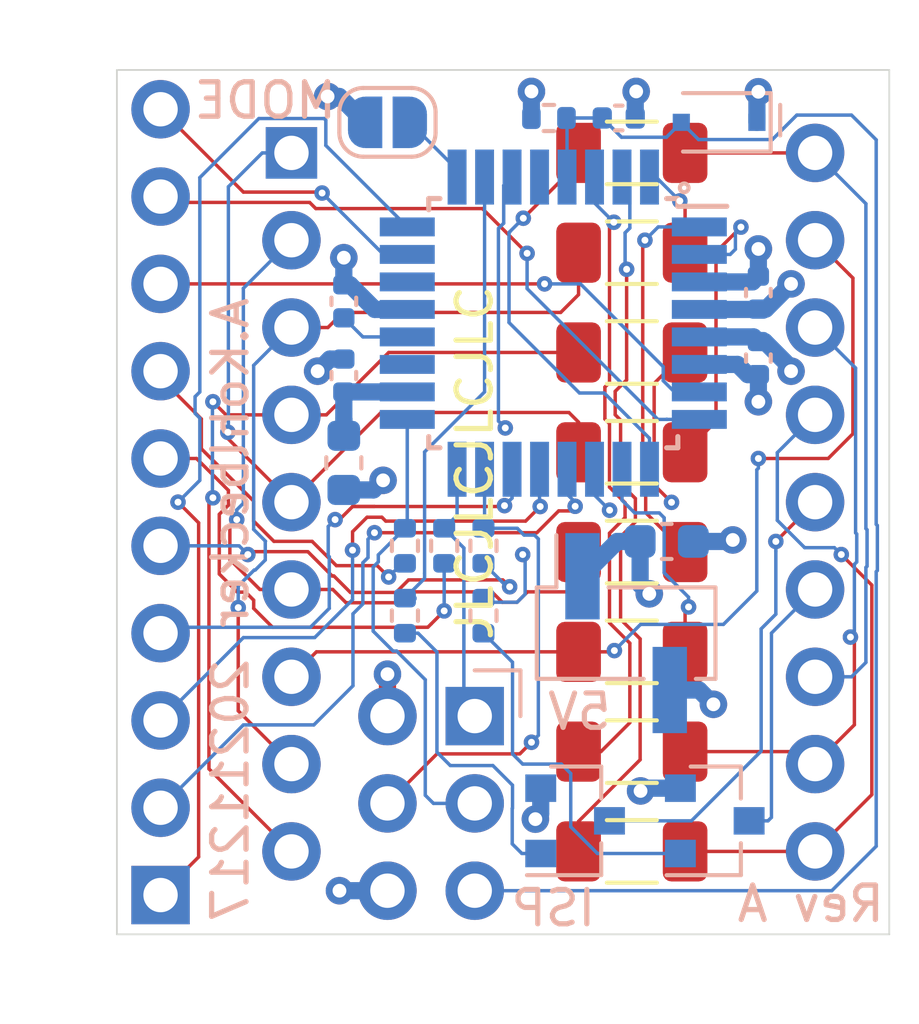
<source format=kicad_pcb>
(kicad_pcb (version 20211014) (generator pcbnew)
  (layers (0 "F.Cu" signal) (1 "In1.Cu" power) (2 "In2.Cu" power) (31 "B.Cu" signal) (34 "B.Paste" user) (35 "F.Paste" user) (36 "B.SilkS" user "B.Silkscreen") (37 "F.SilkS" user "F.Silkscreen") (38 "B.Mask" user) (39 "F.Mask" user) (44 "Edge.Cuts" user))
  (net 0 "")
  (net 1 "GND")
  (net 2 "+5V")
  (net 3 "Net-(C4-Pad1)")
  (net 4 "/~{RST}")
  (net 5 "/MOSI")
  (net 6 "/SCK")
  (net 7 "/MISO")
  (net 8 "Net-(U1-Pad28)")
  (net 9 "Net-(U1-Pad22)")
  (net 10 "Net-(U1-Pad19)")
  (net 11 "Net-(Q1-Pad1)")
  (net 12 "Net-(Q2-Pad1)")
  (net 13 "/ZERO_O")
  (net 14 "/D7")
  (net 15 "/D6")
  (net 16 "/D5")
  (net 17 "/D4")
  (net 18 "/D3")
  (net 19 "/D2")
  (net 20 "/D1")
  (net 21 "/D0")
  (net 22 "/ZERO_I_OR_LE")
  (net 23 "/DIG_1")
  (net 24 "/DIG_2")
  (net 25 "Net-(R1-Pad2)")
  (net 26 "/DIG_A")
  (net 27 "Net-(R2-Pad2)")
  (net 28 "/DIG_B")
  (net 29 "Net-(R3-Pad2)")
  (net 30 "/DIG_C")
  (net 31 "Net-(R4-Pad2)")
  (net 32 "/DIG_D")
  (net 33 "Net-(R5-Pad2)")
  (net 34 "/DIG_E")
  (net 35 "Net-(R6-Pad2)")
  (net 36 "/DIG_F")
  (net 37 "Net-(R7-Pad2)")
  (net 38 "/DIG_G")
  (net 39 "Net-(R8-Pad2)")
  (net 40 "/DIG_P")
  (net 41 "/LEFT_DIGIT")
  (net 42 "/RIGHT_DIGIT")
  (net 43 "/AVCC")
  (net 44 "/MODE")
  (footprint "Display_7Segment:DA56-11SURKWA" (layer "F.Cu") (at 125.73 105.41)
    (fp_text reference "U2")
    (fp_text value "HDSP-523")
  )
  (footprint "Resistor_SMD:R_1206_3216Metric_Pad1.30x1.75mm_HandSolder" (layer "F.Cu") (at 135.636 122.827142 180)
    (fp_text reference "R1")
    (fp_text value "1k")
  )
  (footprint "Resistor_SMD:R_1206_3216Metric_Pad1.30x1.75mm_HandSolder" (layer "F.Cu") (at 135.636 125.73 180)
    (fp_text reference "R2")
    (fp_text value "1k")
  )
  (footprint "Resistor_SMD:R_1206_3216Metric_Pad1.30x1.75mm_HandSolder" (layer "F.Cu") (at 135.636 108.312857)
    (fp_text reference "R3")
    (fp_text value "1k")
  )
  (footprint "Resistor_SMD:R_1206_3216Metric_Pad1.30x1.75mm_HandSolder" (layer "F.Cu") (at 135.636 117.021428)
    (fp_text reference "R4")
    (fp_text value "1k")
  )
  (footprint "Resistor_SMD:R_1206_3216Metric_Pad1.30x1.75mm_HandSolder" (layer "F.Cu") (at 135.636 105.41 180)
    (fp_text reference "R6")
    (fp_text value "1k")
  )
  (footprint "Resistor_SMD:R_1206_3216Metric_Pad1.30x1.75mm_HandSolder" (layer "F.Cu") (at 135.636 119.924285)
    (fp_text reference "R7")
    (fp_text value "1k")
  )
  (footprint "Resistor_SMD:R_1206_3216Metric_Pad1.30x1.75mm_HandSolder" (layer "F.Cu") (at 135.636 111.215714)
    (fp_text reference "R8")
    (fp_text value "1k")
  )
  (footprint "Resistor_SMD:R_1206_3216Metric_Pad1.30x1.75mm_HandSolder" (layer "F.Cu") (at 135.636 114.118571)
    (fp_text reference "R5")
    (fp_text value "1k")
  )
  (footprint "Package_TO_SOT_SMD:SOT-23" (layer "B.Cu") (at 133.985 124.841)
    (fp_text reference "Q1")
    (fp_text value "Q_NPN_BEC")
  )
  (footprint "Connector_PinHeader_2.54mm:PinHeader_1x02_P2.54mm_Vertical_SMD_Pin1Left" (layer "B.Cu") (at 135.47 119.38 -90)
    (fp_text reference "J4")
    (fp_text value "Conn_01x02")
  )
  (footprint "Connector_PinHeader_2.54mm:PinHeader_1x10_P2.54mm_Vertical" (layer "B.Cu") (at 121.92 127)
    (fp_text reference "J2")
    (fp_text value "Conn_01x10")
  )
  (footprint "Package_TO_SOT_SMD:SOT-23" (layer "B.Cu") (at 138.049 124.841)
    (fp_text reference "Q2")
    (fp_text value "Q_NPN_BEC")
  )
  (footprint "Resistor_SMD:R_0402_1005Metric" (layer "B.Cu") (at 130.175 116.84 90)
    (fp_text reference "R10")
    (fp_text value "4.7k")
  )
  (footprint "Resistor_SMD:R_0402_1005Metric" (layer "B.Cu") (at 129.032 118.872 90)
    (fp_text reference "R12")
    (fp_text value "4.7k")
  )
  (footprint "Resistor_SMD:R_0402_1005Metric" (layer "B.Cu") (at 131.318 116.84 90)
    (fp_text reference "R9")
    (fp_text value "4.7k")
  )
  (footprint "Resistor_SMD:R_0402_1005Metric" (layer "B.Cu") (at 131.318 118.872 90)
    (fp_text reference "R13")
    (fp_text value "4.7k")
  )
  (footprint "Capacitor_SMD:C_0402_1005Metric" (layer "B.Cu") (at 135.255 104.394)
    (fp_text reference "C5")
    (fp_text value "100n")
  )
  (footprint "Diode_SMD:D_SOD-323F" (layer "B.Cu") (at 138.176 104.521 180)
    (fp_text reference "D1")
    (fp_text value "1N4148")
  )
  (footprint "Resistor_SMD:R_0402_1005Metric" (layer "B.Cu") (at 133.223 104.394 180)
    (fp_text reference "R14")
    (fp_text value "10k")
  )
  (footprint "Jumper:SolderJumper-2_P1.3mm_Open_RoundedPad1.0x1.5mm" (layer "B.Cu") (at 128.524 104.521 180)
    (fp_text reference "JP1")
    (fp_text value "MODE")
  )
  (footprint "Connector_PinHeader_2.54mm:PinHeader_2x03_P2.54mm_Vertical" (layer "B.Cu") (at 131.064 121.793 180)
    (fp_text reference "J1")
    (fp_text value "AVR-ISP-6")
  )
  (footprint "Capacitor_SMD:C_0603_1608Metric" (layer "B.Cu") (at 136.652 116.713)
    (fp_text reference "C6")
    (fp_text value "10u")
  )
  (footprint "Resistor_SMD:R_0402_1005Metric" (layer "B.Cu") (at 129.032 116.84 90)
    (fp_text reference "R11")
    (fp_text value "4.7k")
  )
  (footprint "Capacitor_SMD:C_0402_1005Metric" (layer "B.Cu") (at 127.254 111.887 90)
    (fp_text reference "C2")
    (fp_text value "100n")
  )
  (footprint "Capacitor_SMD:C_0402_1005Metric" (layer "B.Cu") (at 139.319 111.379 90)
    (fp_text reference "C1")
    (fp_text value "100n")
  )
  (footprint "Capacitor_SMD:C_0402_1005Metric" (layer "B.Cu") (at 127.254 109.728 90)
    (fp_text reference "C4")
    (fp_text value "100n")
  )
  (footprint "Inductor_SMD:L_0603_1608Metric" (layer "B.Cu") (at 127.254 114.427 -90)
    (fp_text reference "L1")
    (fp_text value "10u")
  )
  (footprint "Capacitor_SMD:C_0402_1005Metric" (layer "B.Cu") (at 139.319 109.474 90)
    (fp_text reference "C3")
    (fp_text value "100n")
  )
  (footprint "Package_QFP:TQFP-32_7x7mm_P0.8mm" (layer "B.Cu") (at 133.35 110.363 180)
    (fp_text reference "U1")
    (fp_text value "ATmega168PA-AU")
  )
  (gr_circle (center 137.16 106.426) (end 137.033 106.426) (layer "B.SilkS") (width 0.12) (fill none))
  (gr_line (start 139.954 104.013) (end 139.954 104.902) (layer "B.SilkS") (width 0.12))
  (gr_line (start 120.65 102.997) (end 143.129 102.997) (layer "Edge.Cuts") (width 0.05))
  (gr_line (start 143.129 102.997) (end 143.129 128.143) (layer "Edge.Cuts") (width 0.05))
  (gr_line (start 120.65 128.143) (end 120.65 102.997) (layer "Edge.Cuts") (width 0.05))
  (gr_line (start 143.129 128.143) (end 120.65 128.143) (layer "Edge.Cuts") (width 0.05))
  (gr_text "A.Kohlbecker" (at 123.952 114.427 90) (layer "B.SilkS") (effects (font (size 1 1) (thickness 0.153)) (justify mirror)))
  (gr_text "20211217" (at 123.952 123.951833 90) (layer "B.SilkS") (effects (font (size 1 1) (thickness 0.153)) (justify mirror)))
  (gr_text "ISP" (at 133.35 127.381) (layer "B.SilkS") (effects (font (size 1 1)) (justify mirror)))
  (gr_text "Rev A" (at 140.843 127.254) (layer "B.SilkS") (effects (font (size 1 1) (thickness 0.153)) (justify mirror)))
  (gr_text "5V" (at 134.112 121.666) (layer "B.SilkS") (effects (font (size 1 1)) (justify mirror)))
  (gr_text "MODE" (at 124.968 103.886) (layer "B.SilkS") (effects (font (size 1 1) (thickness 0.153)) (justify mirror)))
  (gr_text "JLCJLCJLCJLC" (at 131.064 114.427 90) (layer "F.SilkS") (effects (font (size 1 1))))
  (via (at 126.492 111.76) (size 0.8) (drill 0.4) (layers "F.Cu" "B.Cu") (net 1))
  (via (at 127.127 126.873) (size 0.8) (drill 0.4) (layers "F.Cu" "B.Cu") (net 1))
  (via (at 126.782026 103.768045) (size 0.8) (drill 0.4) (layers "F.Cu" "B.Cu") (net 1))
  (via (at 135.763 103.622) (size 0.8) (drill 0.4) (layers "F.Cu" "B.Cu") (net 1))
  (via (at 138.574262 116.669647) (size 0.8) (drill 0.4) (layers "F.Cu" "B.Cu") (net 1))
  (via (at 139.319 108.204) (size 0.8) (drill 0.4) (layers "F.Cu" "B.Cu") (net 1))
  (via (at 138.010797 121.451176) (size 0.8) (drill 0.4) (layers "F.Cu" "B.Cu") (net 1))
  (via (at 127.254 108.458) (size 0.8) (drill 0.4) (layers "F.Cu" "B.Cu") (net 1))
  (via (at 132.82876 124.790988) (size 0.8) (drill 0.4) (layers "F.Cu" "B.Cu") (net 1))
  (via (at 135.89 123.971067) (size 0.8) (drill 0.4) (layers "F.Cu" "B.Cu") (net 1))
  (via (at 140.270283 111.760001) (size 0.8) (drill 0.4) (layers "F.Cu" "B.Cu") (net 1))
  (segment (start 135.735 104.394) (end 135.735 103.65) (width 0.5) (layer "B.Cu") (net 1))
  (segment (start 126.845 111.407) (end 126.492 111.76) (width 0.5) (layer "B.Cu") (net 1))
  (segment (start 137.427 116.713) (end 138.530909 116.713) (width 0.5) (layer "B.Cu") (net 1))
  (segment (start 139.503402 110.899) (end 140.270283 111.665881) (width 0.5) (layer "B.Cu") (net 1))
  (segment (start 137.594621 121.035) (end 138.010797 121.451176) (width 0.5) (layer "B.Cu") (net 1))
  (segment (start 135.970067 123.891) (end 135.89 123.971067) (width 0.5) (layer "B.Cu") (net 1))
  (segment (start 140.270283 111.665881) (end 140.270283 111.760001) (width 0.5) (layer "B.Cu") (net 1))
  (segment (start 129.1 109.963) (end 128.153402 109.963) (width 0.5) (layer "B.Cu") (net 1))
  (segment (start 127.874 104.521) (end 127.121045 103.768045) (width 0.5) (layer "B.Cu") (net 1))
  (segment (start 139.183 110.763) (end 139.319 110.899) (width 0.5) (layer "B.Cu") (net 1))
  (segment (start 137.6 110.763) (end 139.183 110.763) (width 0.5) (layer "B.Cu") (net 1))
  (segment (start 132.985 123.891) (end 132.985 124.634748) (width 0.5) (layer "B.Cu") (net 1))
  (segment (start 139.15 109.163) (end 139.319 108.994) (width 0.5) (layer "B.Cu") (net 1))
  (segment (start 127.438402 109.248) (end 127.254 109.248) (width 0.5) (layer "B.Cu") (net 1))
  (segment (start 132.985 124.634748) (end 132.82876 124.790988) (width 0.5) (layer "B.Cu") (net 1))
  (segment (start 139.319 110.899) (end 139.503402 110.899) (width 0.5) (layer "B.Cu") (net 1))
  (segment (start 128.524 126.873) (end 127.127 126.873) (width 0.5) (layer "B.Cu") (net 1))
  (segment (start 138.530909 116.713) (end 138.574262 116.669647) (width 0.5) (layer "B.Cu") (net 1))
  (segment (start 127.254 111.407) (end 126.845 111.407) (width 0.5) (layer "B.Cu") (net 1))
  (segment (start 127.254 109.248) (end 127.254 108.458) (width 0.5) (layer "B.Cu") (net 1))
  (segment (start 136.74 121.035) (end 137.594621 121.035) (width 0.5) (layer "B.Cu") (net 1))
  (segment (start 128.153402 109.963) (end 127.438402 109.248) (width 0.5) (layer "B.Cu") (net 1))
  (segment (start 127.121045 103.768045) (end 126.782026 103.768045) (width 0.5) (layer "B.Cu") (net 1))
  (segment (start 137.049 123.891) (end 135.970067 123.891) (width 0.5) (layer "B.Cu") (net 1))
  (segment (start 139.319 108.994) (end 139.319 108.204) (width 0.5) (layer "B.Cu") (net 1))
  (segment (start 135.735 103.65) (end 135.763 103.622) (width 0.5) (layer "B.Cu") (net 1))
  (segment (start 137.6 109.163) (end 139.15 109.163) (width 0.5) (layer "B.Cu") (net 1))
  (segment (start 128.524 121.793) (end 128.524 120.574295) (width 0.5) (layer "F.Cu") (net 2))
  (via (at 132.715 103.622) (size 0.8) (drill 0.4) (layers "F.Cu" "B.Cu") (net 2))
  (via (at 139.319 112.649) (size 0.8) (drill 0.4) (layers "F.Cu" "B.Cu") (net 2))
  (via (at 128.397 114.935) (size 0.8) (drill 0.4) (layers "F.Cu" "B.Cu") (net 2))
  (via (at 139.319 103.632) (size 0.8) (drill 0.4) (layers "F.Cu" "B.Cu") (net 2))
  (via (at 136.144 118.236994) (size 0.8) (drill 0.4) (layers "F.Cu" "B.Cu") (net 2))
  (via (at 128.524 120.574295) (size 0.8) (drill 0.4) (layers "F.Cu" "B.Cu") (net 2))
  (via (at 140.270272 109.219994) (size 0.8) (drill 0.4) (layers "F.Cu" "B.Cu") (net 2))
  (segment (start 132.713 103.624) (end 132.715 103.622) (width 0.5) (layer "B.Cu") (net 2))
  (segment (start 135.877 116.713) (end 135.877 117.969994) (width 0.5) (layer "B.Cu") (net 2))
  (segment (start 139.276 104.521) (end 139.276 103.675) (width 0.5) (layer "B.Cu") (net 2))
  (segment (start 135.877 117.969994) (end 136.144 118.236994) (width 0.5) (layer "B.Cu") (net 2))
  (segment (start 135.212 116.713) (end 134.2 117.725) (width 0.5) (layer "B.Cu") (net 2))
  (segment (start 139.276 103.675) (end 139.319 103.632) (width 0.5) (layer "B.Cu") (net 2))
  (segment (start 139.319 109.954) (end 139.536266 109.954) (width 0.5) (layer "B.Cu") (net 2))
  (segment (start 138.713 111.563) (end 139.009 111.859) (width 0.5) (layer "B.Cu") (net 2))
  (segment (start 137.6 111.563) (end 138.713 111.563) (width 0.5) (layer "B.Cu") (net 2))
  (segment (start 139.31 109.963) (end 139.319 109.954) (width 0.5) (layer "B.Cu") (net 2))
  (segment (start 132.713 104.394) (end 132.713 103.624) (width 0.5) (layer "B.Cu") (net 2))
  (segment (start 139.319 111.859) (end 139.319 112.649) (width 0.5) (layer "B.Cu") (net 2))
  (segment (start 128.1175 115.2145) (end 128.397 114.935) (width 0.5) (layer "B.Cu") (net 2))
  (segment (start 127.254 115.2145) (end 128.1175 115.2145) (width 0.5) (layer "B.Cu") (net 2))
  (segment (start 139.009 111.859) (end 139.319 111.859) (width 0.5) (layer "B.Cu") (net 2))
  (segment (start 127.349998 115.57) (end 127.381 115.57) (width 0.1) (layer "B.Cu") (net 2))
  (segment (start 137.6 109.963) (end 139.31 109.963) (width 0.5) (layer "B.Cu") (net 2))
  (segment (start 139.536266 109.954) (end 140.270272 109.219994) (width 0.5) (layer "B.Cu") (net 2))
  (segment (start 135.877 116.713) (end 135.212 116.713) (width 0.5) (layer "B.Cu") (net 2))
  (segment (start 129.1 110.763) (end 127.809 110.763) (width 0.1) (layer "B.Cu") (net 3))
  (segment (start 127.809 110.763) (end 127.254 110.208) (width 0.1) (layer "B.Cu") (net 3))
  (segment (start 140.437003 104.309999) (end 139.726001 105.021001) (width 0.1) (layer "B.Cu") (net 4))
  (segment (start 141.455002 126.873) (end 142.748 125.580002) (width 0.1) (layer "B.Cu") (net 4))
  (segment (start 134.775 104.394) (end 135.33501 104.95401) (width 0.1) (layer "B.Cu") (net 4))
  (segment (start 133.733 104.394) (end 134.775 104.394) (width 0.1) (layer "B.Cu") (net 4))
  (segment (start 139.726001 105.021001) (end 137.576001 105.021001) (width 0.1) (layer "B.Cu") (net 4))
  (segment (start 133.75 104.411) (end 133.733 104.394) (width 0.1) (layer "B.Cu") (net 4))
  (segment (start 142.748 125.580002) (end 142.748 117.59256) (width 0.1) (layer "B.Cu") (net 4))
  (segment (start 133.75 106.113) (end 133.75 104.411) (width 0.1) (layer "B.Cu") (net 4))
  (segment (start 131.064 126.873) (end 141.455002 126.873) (width 0.1) (layer "B.Cu") (net 4))
  (segment (start 136.64299 104.95401) (end 137.076 104.521) (width 0.1) (layer "B.Cu") (net 4))
  (segment (start 135.33501 104.95401) (end 136.64299 104.95401) (width 0.1) (layer "B.Cu") (net 4))
  (segment (start 142.748 116.21444) (end 142.748 105.029) (width 0.1) (layer "B.Cu") (net 4))
  (segment (start 137.576001 105.021001) (end 137.076 104.521) (width 0.1) (layer "B.Cu") (net 4))
  (segment (start 142.782023 116.248463) (end 142.748 116.21444) (width 0.1) (layer "B.Cu") (net 4))
  (segment (start 142.028999 104.309999) (end 140.437003 104.309999) (width 0.1) (layer "B.Cu") (net 4))
  (segment (start 142.748 105.029) (end 142.028999 104.309999) (width 0.1) (layer "B.Cu") (net 4))
  (segment (start 142.782023 117.558537) (end 142.782023 116.248463) (width 0.1) (layer "B.Cu") (net 4))
  (segment (start 142.748 117.59256) (end 142.782023 117.558537) (width 0.1) (layer "B.Cu") (net 4))
  (segment (start 128.524 124.333) (end 129.963999 122.893001) (width 0.1) (layer "F.Cu") (net 5))
  (segment (start 129.963999 122.893001) (end 132.376999 122.893001) (width 0.1) (layer "F.Cu") (net 5))
  (segment (start 132.376999 122.893001) (end 132.715 122.555) (width 0.1) (layer "F.Cu") (net 5))
  (via (at 132.715 122.555) (size 0.45) (drill 0.2) (layers "F.Cu" "B.Cu") (net 5))
  (segment (start 132.498998 116.528002) (end 132.803018 116.528002) (width 0.1) (layer "B.Cu") (net 5))
  (segment (start 132.914999 116.639983) (end 132.914999 122.355001) (width 0.1) (layer "B.Cu") (net 5))
  (segment (start 131.318 116.33) (end 132.300996 116.33) (width 0.1) (layer "B.Cu") (net 5))
  (segment (start 131.35 114.613) (end 131.35 116.298) (width 0.1) (layer "B.Cu") (net 5))
  (segment (start 132.803018 116.528002) (end 132.914999 116.639983) (width 0.1) (layer "B.Cu") (net 5))
  (segment (start 132.300996 116.33) (end 132.498998 116.528002) (width 0.1) (layer "B.Cu") (net 5))
  (segment (start 132.914999 122.355001) (end 132.715 122.555) (width 0.1) (layer "B.Cu") (net 5))
  (segment (start 131.35 116.298) (end 131.318 116.33) (width 0.1) (layer "B.Cu") (net 5))
  (segment (start 129.032 116.33) (end 128.258013 117.103987) (width 0.1) (layer "B.Cu") (net 6))
  (segment (start 129.1 116.262) (end 129.1 113.163) (width 0.1) (layer "B.Cu") (net 6))
  (segment (start 128.79201 119.90201) (end 129.624001 120.734001) (width 0.1) (layer "B.Cu") (net 6))
  (segment (start 128.108022 119.32251) (end 128.687522 119.90201) (width 0.1) (layer "B.Cu") (net 6))
  (segment (start 128.258013 117.103987) (end 128.258013 117.307264) (width 0.1) (layer "B.Cu") (net 6))
  (segment (start 129.861919 124.333) (end 131.064 124.333) (width 0.1) (layer "B.Cu") (net 6))
  (segment (start 129.624001 124.095082) (end 129.861919 124.333) (width 0.1) (layer "B.Cu") (net 6))
  (segment (start 129.624001 120.734001) (end 129.624001 124.095082) (width 0.1) (layer "B.Cu") (net 6))
  (segment (start 128.258013 117.307264) (end 128.108022 117.457255) (width 0.1) (layer "B.Cu") (net 6))
  (segment (start 129.032 116.33) (end 129.1 116.262) (width 0.1) (layer "B.Cu") (net 6))
  (segment (start 128.687522 119.90201) (end 128.79201 119.90201) (width 0.1) (layer "B.Cu") (net 6))
  (segment (start 128.108022 117.457255) (end 128.108022 119.32251) (width 0.1) (layer "B.Cu") (net 6))
  (segment (start 130.55 115.955) (end 130.175 116.33) (width 0.1) (layer "B.Cu") (net 7))
  (segment (start 130.74799 121.47699) (end 130.74799 116.90299) (width 0.1) (layer "B.Cu") (net 7))
  (segment (start 130.74799 116.90299) (end 130.175 116.33) (width 0.1) (layer "B.Cu") (net 7))
  (segment (start 130.55 114.613) (end 130.55 115.955) (width 0.1) (layer "B.Cu") (net 7))
  (segment (start 131.064 121.793) (end 130.74799 121.47699) (width 0.1) (layer "B.Cu") (net 7))
  (segment (start 129.963999 119.930999) (end 129.963999 122.843001) (width 0.1) (layer "B.Cu") (net 11))
  (segment (start 132.155185 124.478986) (end 132.155185 125.511185) (width 0.1) (layer "B.Cu") (net 11))
  (segment (start 129.415 119.382) (end 129.963999 119.930999) (width 0.1) (layer "B.Cu") (net 11))
  (segment (start 129.032 119.382) (end 129.415 119.382) (width 0.1) (layer "B.Cu") (net 11))
  (segment (start 129.963999 122.843001) (end 130.353997 123.232999) (width 0.1) (layer "B.Cu") (net 11))
  (segment (start 132.164001 124.47017) (end 132.155185 124.478986) (width 0.1) (layer "B.Cu") (net 11))
  (segment (start 132.155185 125.511185) (end 132.435 125.791) (width 0.1) (layer "B.Cu") (net 11))
  (segment (start 132.164001 123.804999) (end 132.164001 124.47017) (width 0.1) (layer "B.Cu") (net 11))
  (segment (start 130.353997 123.232999) (end 131.592001 123.232999) (width 0.1) (layer "B.Cu") (net 11))
  (segment (start 131.592001 123.232999) (end 132.164001 123.804999) (width 0.1) (layer "B.Cu") (net 11))
  (segment (start 132.435 125.791) (end 132.985 125.791) (width 0.1) (layer "B.Cu") (net 11))
  (segment (start 137.049 125.791) (end 134.634998 125.791) (width 0.1) (layer "B.Cu") (net 12))
  (segment (start 132.164001 120.228001) (end 132.164001 122.893001) (width 0.1) (layer "B.Cu") (net 12))
  (segment (start 133.858 123.463998) (end 133.584002 123.19) (width 0.1) (layer "B.Cu") (net 12))
  (segment (start 133.858 125.014002) (end 133.858 123.463998) (width 0.1) (layer "B.Cu") (net 12))
  (segment (start 133.584002 123.19) (end 132.461 123.19) (width 0.1) (layer "B.Cu") (net 12))
  (segment (start 131.318 119.382) (end 132.164001 120.228001) (width 0.1) (layer "B.Cu") (net 12))
  (segment (start 132.461 123.19) (end 132.164001 122.893001) (width 0.1) (layer "B.Cu") (net 12))
  (segment (start 134.634998 125.791) (end 133.858 125.014002) (width 0.1) (layer "B.Cu") (net 12))
  (segment (start 123.028326 116.170326) (end 122.428 115.57) (width 0.1) (layer "F.Cu") (net 13))
  (segment (start 123.028326 125.891674) (end 123.028326 116.170326) (width 0.1) (layer "F.Cu") (net 13))
  (segment (start 121.92 127) (end 123.028326 125.891674) (width 0.1) (layer "F.Cu") (net 13))
  (via (at 122.428 115.57) (size 0.45) (drill 0.2) (layers "F.Cu" "B.Cu") (net 13))
  (segment (start 126.730001 104.459999) (end 126.680001 104.409999) (width 0.1) (layer "B.Cu") (net 13))
  (segment (start 126.730001 105.193001) (end 126.730001 104.459999) (width 0.1) (layer "B.Cu") (net 13))
  (segment (start 123.063 112.363998) (end 122.924988 112.50201) (width 0.1) (layer "B.Cu") (net 13))
  (segment (start 123.063 114.935) (end 122.428 115.57) (width 0.1) (layer "B.Cu") (net 13))
  (segment (start 124.779999 104.409999) (end 123.063 106.126998) (width 0.1) (layer "B.Cu") (net 13))
  (segment (start 123.063 113.124293) (end 123.063 114.935) (width 0.1) (layer "B.Cu") (net 13))
  (segment (start 122.924988 112.986281) (end 123.063 113.124293) (width 0.1) (layer "B.Cu") (net 13))
  (segment (start 122.924988 112.50201) (end 122.924988 112.986281) (width 0.1) (layer "B.Cu") (net 13))
  (segment (start 123.063 106.126998) (end 123.063 112.363998) (width 0.1) (layer "B.Cu") (net 13))
  (segment (start 129.1 107.563) (end 126.730001 105.193001) (width 0.1) (layer "B.Cu") (net 13))
  (segment (start 126.680001 104.409999) (end 124.779999 104.409999) (width 0.1) (layer "B.Cu") (net 13))
  (segment (start 132.588 108.331) (end 131.287 107.03) (width 0.1) (layer "F.Cu") (net 14))
  (segment (start 126.438002 107.03) (end 126.258001 106.849999) (width 0.1) (layer "F.Cu") (net 14))
  (segment (start 122.089999 106.849999) (end 121.92 106.68) (width 0.1) (layer "F.Cu") (net 14))
  (segment (start 126.258001 106.849999) (end 122.089999 106.849999) (width 0.1) (layer "F.Cu") (net 14))
  (segment (start 131.287 107.03) (end 126.438002 107.03) (width 0.1) (layer "F.Cu") (net 14))
  (via (at 132.588 108.331) (size 0.45) (drill 0.2) (layers "F.Cu" "B.Cu") (net 14))
  (segment (start 136.658 113.163) (end 136.392998 113.163) (width 0.1) (layer "B.Cu") (net 14))
  (segment (start 136.658 113.163) (end 136.652001 113.157001) (width 0.1) (layer "B.Cu") (net 14))
  (segment (start 132.588 109.358002) (end 132.588 108.331) (width 0.1) (layer "B.Cu") (net 14))
  (segment (start 137.6 113.163) (end 136.658 113.163) (width 0.1) (layer "B.Cu") (net 14))
  (segment (start 136.392998 113.163) (end 132.588 109.358002) (width 0.1) (layer "B.Cu") (net 14))
  (segment (start 121.92 109.22) (end 133.096 109.22) (width 0.1) (layer "F.Cu") (net 15))
  (via (at 133.096 109.22) (size 0.45) (drill 0.2) (layers "F.Cu" "B.Cu") (net 15))
  (segment (start 136.549999 112.038001) (end 136.549999 111.629157) (width 0.1) (layer "B.Cu") (net 15))
  (segment (start 137.6 112.363) (end 136.874998 112.363) (width 0.1) (layer "B.Cu") (net 15))
  (segment (start 136.549999 111.629157) (end 134.140842 109.22) (width 0.1) (layer "B.Cu") (net 15))
  (segment (start 136.874998 112.363) (end 136.549999 112.038001) (width 0.1) (layer "B.Cu") (net 15))
  (segment (start 134.140842 109.22) (end 133.096 109.22) (width 0.1) (layer "B.Cu") (net 15))
  (segment (start 127.037994 117.417006) (end 128.228895 117.417006) (width 0.1) (layer "F.Cu") (net 16))
  (segment (start 128.228895 117.417006) (end 128.558032 117.746143) (width 0.1) (layer "F.Cu") (net 16))
  (segment (start 121.92 111.76) (end 121.92 111.961606) (width 0.1) (layer "F.Cu") (net 16))
  (segment (start 124.629999 115.538715) (end 124.629999 116.120999) (width 0.1) (layer "F.Cu") (net 16))
  (segment (start 124.629999 116.120999) (end 125.218988 116.709988) (width 0.1) (layer "F.Cu") (net 16))
  (segment (start 125.218988 116.709988) (end 126.330976 116.709988) (width 0.1) (layer "F.Cu") (net 16))
  (segment (start 123.106665 113.148271) (end 123.106665 114.015382) (width 0.1) (layer "F.Cu") (net 16))
  (segment (start 126.330976 116.709988) (end 127.037994 117.417006) (width 0.1) (layer "F.Cu") (net 16))
  (segment (start 123.106665 114.015382) (end 124.629999 115.538715) (width 0.1) (layer "F.Cu") (net 16))
  (segment (start 121.92 111.961606) (end 123.106665 113.148271) (width 0.1) (layer "F.Cu") (net 16))
  (via (at 128.558032 117.746143) (size 0.45) (drill 0.2) (layers "F.Cu" "B.Cu") (net 16))
  (segment (start 129.032 117.35) (end 128.954175 117.35) (width 0.1) (layer "B.Cu") (net 16))
  (segment (start 128.954175 117.35) (end 128.558032 117.746143) (width 0.1) (layer "B.Cu") (net 16))
  (segment (start 123.628998 117.659998) (end 124.156619 118.187619) (width 0.1) (layer "F.Cu") (net 17))
  (segment (start 121.92 114.3) (end 122.967004 114.3) (width 0.1) (layer "F.Cu") (net 17))
  (segment (start 124.63093 118.66193) (end 125.179001 119.210001) (width 0.1) (layer "F.Cu") (net 17))
  (segment (start 124.156619 118.187619) (end 124.39693 118.187619) (width 0.1) (layer "F.Cu") (net 17))
  (segment (start 125.179001 119.210001) (end 129.698032 119.210001) (width 0.1) (layer "F.Cu") (net 17))
  (segment (start 129.698032 119.210001) (end 129.798032 119.110001) (width 0.1) (layer "F.Cu") (net 17))
  (segment (start 124.39693 118.187619) (end 124.63093 118.421619) (width 0.1) (layer "F.Cu") (net 17))
  (segment (start 123.894002 115.659002) (end 123.628998 115.924006) (width 0.1) (layer "F.Cu") (net 17))
  (segment (start 123.894002 115.226998) (end 123.894002 115.659002) (width 0.1) (layer "F.Cu") (net 17))
  (segment (start 124.63093 118.421619) (end 124.63093 118.66193) (width 0.1) (layer "F.Cu") (net 17))
  (segment (start 122.967004 114.3) (end 123.894002 115.226998) (width 0.1) (layer "F.Cu") (net 17))
  (segment (start 123.628998 115.924006) (end 123.628998 117.659998) (width 0.1) (layer "F.Cu") (net 17))
  (segment (start 129.798032 119.110001) (end 130.175 118.733033) (width 0.1) (layer "F.Cu") (net 17))
  (via (at 130.175 118.733033) (size 0.45) (drill 0.2) (layers "F.Cu" "B.Cu") (net 17))
  (segment (start 130.175 117.35) (end 130.175 118.733033) (width 0.1) (layer "B.Cu") (net 17))
  (segment (start 126.965051 117.717013) (end 126.91373 117.717013) (width 0.1) (layer "F.Cu") (net 18))
  (segment (start 126.91373 117.717013) (end 126.206716 117.009999) (width 0.1) (layer "F.Cu") (net 18))
  (segment (start 128.774033 118.196144) (end 127.444182 118.196144) (width 0.1) (layer "F.Cu") (net 18))
  (segment (start 129.138431 117.831746) (end 128.774033 118.196144) (width 0.1) (layer "F.Cu") (net 18))
  (segment (start 127.444182 118.196144) (end 126.965051 117.717013) (width 0.1) (layer "F.Cu") (net 18))
  (segment (start 124.544001 117.009999) (end 124.46 117.094) (width 0.1) (layer "F.Cu") (net 18))
  (segment (start 131.88059 117.831746) (end 129.138431 117.831746) (width 0.1) (layer "F.Cu") (net 18))
  (segment (start 126.206716 117.009999) (end 124.544001 117.009999) (width 0.1) (layer "F.Cu") (net 18))
  (segment (start 132.080589 118.031745) (end 131.88059 117.831746) (width 0.1) (layer "F.Cu") (net 18))
  (via (at 132.080589 118.031745) (size 0.45) (drill 0.2) (layers "F.Cu" "B.Cu") (net 18))
  (via (at 124.46 117.094) (size 0.45) (drill 0.2) (layers "F.Cu" "B.Cu") (net 18))
  (segment (start 124.206 116.84) (end 124.46 117.094) (width 0.1) (layer "B.Cu") (net 18))
  (segment (start 131.999745 118.031745) (end 132.080589 118.031745) (width 0.1) (layer "B.Cu") (net 18))
  (segment (start 121.92 116.84) (end 124.206 116.84) (width 0.1) (layer "B.Cu") (net 18))
  (segment (start 131.318 117.35) (end 131.999745 118.031745) (width 0.1) (layer "B.Cu") (net 18))
  (segment (start 127.635 115.697) (end 127.508 115.697) (width 0.1) (layer "F.Cu") (net 19))
  (segment (start 127.508 115.697) (end 128.143 115.697) (width 0.1) (layer "F.Cu") (net 19))
  (segment (start 127.508 115.697) (end 127.127 116.078) (width 0.1) (layer "F.Cu") (net 19))
  (segment (start 127.635 115.697) (end 128.143 115.697) (width 0.1) (layer "F.Cu") (net 19))
  (segment (start 127.127 116.078) (end 127 116.078) (width 0.1) (layer "F.Cu") (net 19))
  (segment (start 128.143 115.697) (end 131.904763 115.697) (width 0.1) (layer "F.Cu") (net 19))
  (segment (start 131.904763 115.697) (end 131.930285 115.671478) (width 0.1) (layer "F.Cu") (net 19))
  (via (at 127 116.078) (size 0.45) (drill 0.2) (layers "F.Cu" "B.Cu") (net 19))
  (via (at 131.930285 115.671478) (size 0.45) (drill 0.2) (layers "F.Cu" "B.Cu") (net 19))
  (segment (start 126.800001 116.277999) (end 127 116.078) (width 0.1) (layer "B.Cu") (net 19))
  (segment (start 132.15 114.613) (end 132.15 115.451763) (width 0.1) (layer "B.Cu") (net 19))
  (segment (start 126.830001 117.157682) (end 126.800001 117.127682) (width 0.1) (layer "B.Cu") (net 19))
  (segment (start 126.800001 117.127682) (end 126.800001 116.277999) (width 0.1) (layer "B.Cu") (net 19))
  (segment (start 126.280999 119.210001) (end 126.830001 118.660999) (width 0.1) (layer "B.Cu") (net 19))
  (segment (start 122.089999 119.210001) (end 126.280999 119.210001) (width 0.1) (layer "B.Cu") (net 19))
  (segment (start 121.92 119.38) (end 122.089999 119.210001) (width 0.1) (layer "B.Cu") (net 19))
  (segment (start 132.15 115.451763) (end 131.930285 115.671478) (width 0.1) (layer "B.Cu") (net 19))
  (segment (start 126.830001 118.660999) (end 126.830001 117.157682) (width 0.1) (layer "B.Cu") (net 19))
  (segment (start 128.474879 116.121479) (end 128.362398 116.008998) (width 0.1) (layer "F.Cu") (net 20))
  (segment (start 132.969017 115.696983) (end 132.544521 116.121479) (width 0.1) (layer "F.Cu") (net 20))
  (segment (start 132.544521 116.121479) (end 128.474879 116.121479) (width 0.1) (layer "F.Cu") (net 20))
  (segment (start 127.508 116.430158) (end 127.508 116.966994) (width 0.1) (layer "F.Cu") (net 20))
  (segment (start 128.362398 116.008998) (end 127.92916 116.008998) (width 0.1) (layer "F.Cu") (net 20))
  (segment (start 127.92916 116.008998) (end 127.508 116.430158) (width 0.1) (layer "F.Cu") (net 20))
  (via (at 127.508 116.966994) (size 0.45) (drill 0.2) (layers "F.Cu" "B.Cu") (net 20))
  (via (at 132.969017 115.696983) (size 0.45) (drill 0.2) (layers "F.Cu" "B.Cu") (net 20))
  (segment (start 132.95 114.613) (end 132.95 115.677966) (width 0.1) (layer "B.Cu") (net 20))
  (segment (start 127.508 118.407279) (end 127.508 116.966994) (width 0.1) (layer "B.Cu") (net 20))
  (segment (start 132.95 115.677966) (end 132.969017 115.696983) (width 0.1) (layer "B.Cu") (net 20))
  (segment (start 126.405267 119.510012) (end 127.508 118.407279) (width 0.1) (layer "B.Cu") (net 20))
  (segment (start 124.329988 119.510012) (end 126.405267 119.510012) (width 0.1) (layer "B.Cu") (net 20))
  (segment (start 121.92 121.92) (end 124.329988 119.510012) (width 0.1) (layer "B.Cu") (net 20))
  (segment (start 134.112 115.697) (end 133.985 115.824) (width 0.1) (layer "F.Cu") (net 21))
  (segment (start 133.985 115.824) (end 133.508002 115.824) (width 0.1) (layer "F.Cu") (net 21))
  (segment (start 133.508002 115.824) (end 132.873002 116.459) (width 0.1) (layer "F.Cu") (net 21))
  (segment (start 132.873002 116.459) (end 128.146396 116.459) (width 0.1) (layer "F.Cu") (net 21))
  (via (at 133.986903 115.690492) (size 0.45) (drill 0.2) (layers "F.Cu" "B.Cu") (net 21))
  (via (at 128.146396 116.459) (size 0.45) (drill 0.2) (layers "F.Cu" "B.Cu") (net 21))
  (segment (start 127.808011 117.332987) (end 127.958002 117.182996) (width 0.1) (layer "B.Cu") (net 21))
  (segment (start 133.75 115.335) (end 134.112 115.697) (width 0.1) (layer "B.Cu") (net 21))
  (segment (start 121.92 124.46) (end 124.329988 122.050012) (width 0.1) (layer "B.Cu") (net 21))
  (segment (start 133.75 114.613) (end 133.75 115.335) (width 0.1) (layer "B.Cu") (net 21))
  (segment (start 127.958002 116.647394) (end 128.146396 116.459) (width 0.1) (layer "B.Cu") (net 21))
  (segment (start 127.519987 118.819571) (end 127.808011 118.531547) (width 0.1) (layer "B.Cu") (net 21))
  (segment (start 127.958002 117.182996) (end 127.958002 116.647394) (width 0.1) (layer "B.Cu") (net 21))
  (segment (start 124.329988 122.050012) (end 126.382269 122.050012) (width 0.1) (layer "B.Cu") (net 21))
  (segment (start 127.808011 118.531547) (end 127.808011 117.332987) (width 0.1) (layer "B.Cu") (net 21))
  (segment (start 127.519987 120.912294) (end 127.519987 118.819571) (width 0.1) (layer "B.Cu") (net 21))
  (segment (start 126.382269 122.050012) (end 127.519987 120.912294) (width 0.1) (layer "B.Cu") (net 21))
  (segment (start 126.594402 106.549988) (end 126.621702 106.577288) (width 0.1) (layer "F.Cu") (net 22))
  (segment (start 121.92 104.14) (end 124.329988 106.549988) (width 0.1) (layer "F.Cu") (net 22))
  (segment (start 124.329988 106.549988) (end 126.594402 106.549988) (width 0.1) (layer "F.Cu") (net 22))
  (via (at 126.621702 106.577288) (size 0.45) (drill 0.2) (layers "F.Cu" "B.Cu") (net 22))
  (segment (start 128.407414 108.363) (end 126.621702 106.577288) (width 0.1) (layer "B.Cu") (net 22))
  (segment (start 129.1 108.363) (end 128.407414 108.363) (width 0.1) (layer "B.Cu") (net 22))
  (segment (start 139.827 116.713) (end 140.97 115.57) (width 0.1) (layer "F.Cu") (net 23))
  (via (at 139.827 116.713) (size 0.45) (drill 0.2) (layers "F.Cu" "B.Cu") (net 23))
  (segment (start 139.827 116.995842) (end 139.827 116.713) (width 0.1) (layer "B.Cu") (net 23))
  (segment (start 139.399989 122.811732) (end 139.399989 119.255732) (width 0.1) (layer "B.Cu") (net 23))
  (segment (start 137.370721 124.841) (end 139.399989 122.811732) (width 0.1) (layer "B.Cu") (net 23))
  (segment (start 134.985 124.841) (end 137.370721 124.841) (width 0.1) (layer "B.Cu") (net 23))
  (segment (start 139.827 118.828721) (end 139.827 116.995842) (width 0.1) (layer "B.Cu") (net 23))
  (segment (start 139.399989 119.255732) (end 139.827 118.828721) (width 0.1) (layer "B.Cu") (net 23))
  (segment (start 139.7 119.38) (end 140.97 118.11) (width 0.1) (layer "B.Cu") (net 24))
  (segment (start 139.7 124.74) (end 139.7 119.38) (width 0.1) (layer "B.Cu") (net 24))
  (segment (start 139.049 124.841) (end 139.599 124.841) (width 0.1) (layer "B.Cu") (net 24))
  (segment (start 139.599 124.841) (end 139.7 124.74) (width 0.1) (layer "B.Cu") (net 24))
  (segment (start 135.578002 121.98514) (end 135.578002 119.671998) (width 0.1) (layer "F.Cu") (net 25))
  (segment (start 134.986279 116.472446) (end 135.439054 116.019671) (width 0.1) (layer "F.Cu") (net 25))
  (segment (start 134.986279 107.551655) (end 135.111432 107.426502) (width 0.1) (layer "F.Cu") (net 25))
  (segment (start 134.986279 115.134894) (end 134.986279 113.285758) (width 0.1) (layer "F.Cu") (net 25))
  (segment (start 135.439054 115.587669) (end 134.986279 115.134894) (width 0.1) (layer "F.Cu") (net 25))
  (segment (start 134.986279 119.080275) (end 134.986279 116.472446) (width 0.1) (layer "F.Cu") (net 25))
  (segment (start 134.986279 113.285758) (end 134.851958 113.151437) (width 0.1) (layer "F.Cu") (net 25))
  (segment (start 134.986279 112.088042) (end 134.986279 107.551655) (width 0.1) (layer "F.Cu") (net 25))
  (segment (start 135.578002 119.671998) (end 134.986279 119.080275) (width 0.1) (layer "F.Cu") (net 25))
  (segment (start 134.851958 113.151437) (end 134.851958 112.222363) (width 0.1) (layer "F.Cu") (net 25))
  (segment (start 134.086 122.827142) (end 134.736 122.827142) (width 0.1) (layer "F.Cu") (net 25))
  (segment (start 134.851958 112.222363) (end 134.986279 112.088042) (width 0.1) (layer "F.Cu") (net 25))
  (segment (start 135.439054 116.019671) (end 135.439054 115.587669) (width 0.1) (layer "F.Cu") (net 25))
  (segment (start 134.736 122.827142) (end 135.578002 121.98514) (width 0.1) (layer "F.Cu") (net 25))
  (via (at 135.111432 107.426502) (size 0.45) (drill 0.2) (layers "F.Cu" "B.Cu") (net 25))
  (segment (start 134.55 106.86507) (end 135.111432 107.426502) (width 0.1) (layer "B.Cu") (net 25))
  (segment (start 134.55 106.113) (end 134.55 106.86507) (width 0.1) (layer "B.Cu") (net 25))
  (segment (start 142.113 119.610042) (end 141.997979 119.495021) (width 0.1) (layer "F.Cu") (net 26))
  (segment (start 140.607142 122.827142) (end 140.97 123.19) (width 0.1) (layer "F.Cu") (net 26))
  (segment (start 140.97 123.19) (end 142.113 122.047) (width 0.1) (layer "F.Cu") (net 26))
  (segment (start 137.186 122.827142) (end 140.607142 122.827142) (width 0.1) (layer "F.Cu") (net 26))
  (segment (start 142.113 122.047) (end 142.113 119.610042) (width 0.1) (layer "F.Cu") (net 26))
  (via (at 141.997979 119.495021) (size 0.45) (drill 0.2) (layers "F.Cu" "B.Cu") (net 26))
  (segment (start 142.113 119.38) (end 141.997979 119.495021) (width 0.1) (layer "B.Cu") (net 26))
  (segment (start 142.147978 111.667978) (end 142.147978 116.462976) (width 0.1) (layer "B.Cu") (net 26))
  (segment (start 142.113 117.379002) (end 142.113 119.38) (width 0.1) (layer "B.Cu") (net 26))
  (segment (start 140.97 110.49) (end 142.147978 111.667978) (width 0.1) (layer "B.Cu") (net 26))
  (segment (start 142.147978 116.462976) (end 142.182001 116.496999) (width 0.1) (layer "B.Cu") (net 26))
  (segment (start 142.182001 116.496999) (end 142.182001 117.310001) (width 0.1) (layer "B.Cu") (net 26))
  (segment (start 142.182001 117.310001) (end 142.113 117.379002) (width 0.1) (layer "B.Cu") (net 26))
  (segment (start 135.151969 113.027169) (end 135.151969 112.346631) (width 0.1) (layer "F.Cu") (net 27))
  (segment (start 135.484677 109.078187) (end 135.484677 108.795345) (width 0.1) (layer "F.Cu") (net 27))
  (segment (start 135.309001 116.574003) (end 135.739065 116.143939) (width 0.1) (layer "F.Cu") (net 27))
  (segment (start 135.878013 119.54773) (end 135.309001 118.978718) (width 0.1) (layer "F.Cu") (net 27))
  (segment (start 135.309001 118.978718) (end 135.309001 116.574003) (width 0.1) (layer "F.Cu") (net 27))
  (segment (start 135.739065 115.463401) (end 135.309001 115.033337) (width 0.1) (layer "F.Cu") (net 27))
  (segment (start 135.151969 112.346631) (end 135.484677 112.013923) (width 0.1) (layer "F.Cu") (net 27))
  (segment (start 134.086 124.855) (end 135.878013 123.062987) (width 0.1) (layer "F.Cu") (net 27))
  (segment (start 135.739065 116.143939) (end 135.739065 115.463401) (width 0.1) (layer "F.Cu") (net 27))
  (segment (start 135.309001 113.184201) (end 135.151969 113.027169) (width 0.1) (layer "F.Cu") (net 27))
  (segment (start 135.484677 112.013923) (end 135.484677 109.078187) (width 0.1) (layer "F.Cu") (net 27))
  (segment (start 135.309001 115.033337) (end 135.309001 113.184201) (width 0.1) (layer "F.Cu") (net 27))
  (segment (start 134.086 125.73) (end 134.086 124.855) (width 0.1) (layer "F.Cu") (net 27))
  (segment (start 135.878013 123.062987) (end 135.878013 119.54773) (width 0.1) (layer "F.Cu") (net 27))
  (via (at 135.484677 108.795345) (size 0.45) (drill 0.2) (layers "F.Cu" "B.Cu") (net 27))
  (segment (start 135.439998 107.733998) (end 135.439998 108.750666) (width 0.1) (layer "B.Cu") (net 27))
  (segment (start 135.439998 108.750666) (end 135.484677 108.795345) (width 0.1) (layer "B.Cu") (net 27))
  (segment (start 135.578002 106.341002) (end 135.578002 107.595994) (width 0.1) (layer "B.Cu") (net 27))
  (segment (start 135.35 106.113) (end 135.578002 106.341002) (width 0.1) (layer "B.Cu") (net 27))
  (segment (start 135.578002 107.595994) (end 135.439998 107.733998) (width 0.1) (layer "B.Cu") (net 27))
  (segment (start 142.621 117.983) (end 141.732 117.094) (width 0.1) (layer "F.Cu") (net 28))
  (segment (start 140.97 125.73) (end 142.621 124.079) (width 0.1) (layer "F.Cu") (net 28))
  (segment (start 137.186 125.73) (end 140.97 125.73) (width 0.1) (layer "F.Cu") (net 28))
  (segment (start 142.621 124.079) (end 142.621 117.983) (width 0.1) (layer "F.Cu") (net 28))
  (via (at 141.732 117.094) (size 0.45) (drill 0.2) (layers "F.Cu" "B.Cu") (net 28))
  (segment (start 139.869999 114.130001) (end 139.869999 116.098001) (width 0.1) (layer "B.Cu") (net 28))
  (segment (start 140.665999 116.894001) (end 141.532001 116.894001) (width 0.1) (layer "B.Cu") (net 28))
  (segment (start 141.532001 116.894001) (end 141.732 117.094) (width 0.1) (layer "B.Cu") (net 28))
  (segment (start 140.97 113.03) (end 139.869999 114.130001) (width 0.1) (layer "B.Cu") (net 28))
  (segment (start 139.869999 116.098001) (end 140.665999 116.894001) (width 0.1) (layer "B.Cu") (net 28))
  (segment (start 137.186 108.312857) (end 137.186 106.96) (width 0.1) (layer "F.Cu") (net 29))
  (segment (start 137.186 106.96) (end 137.033 106.807) (width 0.1) (layer "F.Cu") (net 29))
  (via (at 137.033 106.807) (size 0.45) (drill 0.2) (layers "F.Cu" "B.Cu") (net 29))
  (segment (start 137.033 106.807) (end 136.339 106.113) (width 0.1) (layer "B.Cu") (net 29))
  (segment (start 136.339 106.113) (end 136.15 106.113) (width 0.1) (layer "B.Cu") (net 29))
  (segment (start 133.566002 110.051002) (end 127.229658 110.051002) (width 0.1) (layer "F.Cu") (net 30))
  (segment (start 127.229658 110.051002) (end 126.79066 110.49) (width 0.1) (layer "F.Cu") (net 30))
  (segment (start 134.086 109.531004) (end 133.566002 110.051002) (width 0.1) (layer "F.Cu") (net 30))
  (segment (start 124.180929 121.640929) (end 124.180929 118.63762) (width 0.1) (layer "F.Cu") (net 30))
  (segment (start 126.79066 110.49) (end 125.73 110.49) (width 0.1) (layer "F.Cu") (net 30))
  (segment (start 125.73 123.19) (end 124.180929 121.640929) (width 0.1) (layer "F.Cu") (net 30))
  (segment (start 134.086 108.312857) (end 134.086 109.531004) (width 0.1) (layer "F.Cu") (net 30))
  (via (at 124.180929 118.63762) (size 0.45) (drill 0.2) (layers "F.Cu" "B.Cu") (net 30))
  (segment (start 124.180929 118.63762) (end 124.180929 118.008071) (width 0.1) (layer "B.Cu") (net 30))
  (segment (start 124.629999 111.590001) (end 124.725011 111.494989) (width 0.1) (layer "B.Cu") (net 30))
  (segment (start 124.629999 116.363995) (end 124.629999 111.590001) (width 0.1) (layer "B.Cu") (net 30))
  (segment (start 124.968 117.252002) (end 124.968 116.713) (width 0.1) (layer "B.Cu") (net 30))
  (segment (start 124.973502 116.707498) (end 124.629999 116.363995) (width 0.1) (layer "B.Cu") (net 30))
  (segment (start 124.676001 117.544001) (end 124.968 117.252002) (width 0.1) (layer "B.Cu") (net 30))
  (segment (start 124.725011 111.494989) (end 125.73 110.49) (width 0.1) (layer "B.Cu") (net 30))
  (segment (start 124.180929 118.008071) (end 124.644999 117.544001) (width 0.1) (layer "B.Cu") (net 30))
  (segment (start 124.968 116.713) (end 124.973502 116.707498) (width 0.1) (layer "B.Cu") (net 30))
  (segment (start 124.644999 117.544001) (end 124.676001 117.544001) (width 0.1) (layer "B.Cu") (net 30))
  (segment (start 136.039076 115.339133) (end 135.9535 115.253557) (width 0.1) (layer "F.Cu") (net 31))
  (segment (start 135.9535 115.253557) (end 135.9535 108.0135) (width 0.1) (layer "F.Cu") (net 31))
  (segment (start 137.186 117.021428) (end 136.039076 115.874504) (width 0.1) (layer "F.Cu") (net 31))
  (segment (start 136.039076 115.874504) (end 136.039076 115.339133) (width 0.1) (layer "F.Cu") (net 31))
  (segment (start 135.9535 108.0135) (end 136.017 107.95) (width 0.1) (layer "F.Cu") (net 31))
  (via (at 136.017 107.95) (size 0.45) (drill 0.2) (layers "F.Cu" "B.Cu") (net 31))
  (segment (start 137.6 107.563) (end 136.404 107.563) (width 0.1) (layer "B.Cu") (net 31))
  (segment (start 136.404 107.563) (end 136.017 107.95) (width 0.1) (layer "B.Cu") (net 31))
  (segment (start 133.803427 118.179001) (end 132.599335 118.179001) (width 0.1) (layer "F.Cu") (net 32))
  (segment (start 131.864535 118.481746) (end 131.56179 118.179001) (width 0.1) (layer "F.Cu") (net 32))
  (segment (start 132.599335 118.179001) (end 132.29659 118.481746) (width 0.1) (layer "F.Cu") (net 32))
  (segment (start 128.898301 118.496155) (end 127.318236 118.496155) (width 0.1) (layer "F.Cu") (net 32))
  (segment (start 129.215455 118.179001) (end 128.898301 118.496155) (width 0.1) (layer "F.Cu") (net 32))
  (segment (start 131.56179 118.179001) (end 129.215455 118.179001) (width 0.1) (layer "F.Cu") (net 32))
  (segment (start 126.932081 118.11) (end 125.73 118.11) (width 0.1) (layer "F.Cu") (net 32))
  (segment (start 125.73 118.11) (end 124.809998 118.11) (width 0.1) (layer "F.Cu") (net 32))
  (segment (start 124.809998 118.11) (end 123.936991 117.236993) (width 0.1) (layer "F.Cu") (net 32))
  (segment (start 123.936991 117.236993) (end 123.936991 116.277999) (width 0.1) (layer "F.Cu") (net 32))
  (segment (start 134.086 117.021428) (end 134.086 117.896428) (width 0.1) (layer "F.Cu") (net 32))
  (segment (start 132.29659 118.481746) (end 131.864535 118.481746) (width 0.1) (layer "F.Cu") (net 32))
  (segment (start 134.086 117.896428) (end 133.803427 118.179001) (width 0.1) (layer "F.Cu") (net 32))
  (segment (start 127.318236 118.496155) (end 126.932081 118.11) (width 0.1) (layer "F.Cu") (net 32))
  (segment (start 123.936991 116.277999) (end 124.13699 116.078) (width 0.1) (layer "F.Cu") (net 32))
  (via (at 124.13699 116.078) (size 0.45) (drill 0.2) (layers "F.Cu" "B.Cu") (net 32))
  (segment (start 124.329988 109.350012) (end 124.329988 115.60216) (width 0.1) (layer "B.Cu") (net 32))
  (segment (start 124.13699 115.795158) (end 124.13699 116.078) (width 0.1) (layer "B.Cu") (net 32))
  (segment (start 124.329988 115.60216) (end 124.13699 115.795158) (width 0.1) (layer "B.Cu") (net 32))
  (segment (start 125.73 107.95) (end 124.329988 109.350012) (width 0.1) (layer "B.Cu") (net 32))
  (segment (start 138.08601 113.218561) (end 138.08601 108.29399) (width 0.1) (layer "F.Cu") (net 33))
  (segment (start 138.08601 108.29399) (end 138.811 107.569) (width 0.1) (layer "F.Cu") (net 33))
  (segment (start 137.186 114.118571) (end 138.08601 113.218561) (width 0.1) (layer "F.Cu") (net 33))
  (via (at 138.811 107.569) (size 0.45) (drill 0.2) (layers "F.Cu" "B.Cu") (net 33))
  (segment (start 138.650001 107.729999) (end 138.650001 108.212999) (width 0.1) (layer "B.Cu") (net 33))
  (segment (start 138.650001 108.212999) (end 138.5 108.363) (width 0.1) (layer "B.Cu") (net 33))
  (segment (start 138.5 108.363) (end 137.6 108.363) (width 0.1) (layer "B.Cu") (net 33))
  (segment (start 138.811 107.569) (end 138.650001 107.729999) (width 0.1) (layer "B.Cu") (net 33))
  (segment (start 123.879978 113.719978) (end 123.879978 113.536931) (width 0.1) (layer "F.Cu") (net 34))
  (segment (start 125.73 115.57) (end 123.879978 113.719978) (width 0.1) (layer "F.Cu") (net 34))
  (segment (start 126.479999 114.820001) (end 125.73 115.57) (width 0.1) (layer "F.Cu") (net 34))
  (segment (start 134.086 113.243571) (end 133.803427 112.960998) (width 0.1) (layer "F.Cu") (net 34))
  (segment (start 128.339002 112.960998) (end 126.479999 114.820001) (width 0.1) (layer "F.Cu") (net 34))
  (segment (start 133.803427 112.960998) (end 128.339002 112.960998) (width 0.1) (layer "F.Cu") (net 34))
  (segment (start 134.086 114.118571) (end 134.086 113.243571) (width 0.1) (layer "F.Cu") (net 34))
  (via (at 123.879978 113.536931) (size 0.45) (drill 0.2) (layers "F.Cu" "B.Cu") (net 34))
  (segment (start 123.89401 106.39599) (end 123.89401 113.522899) (width 0.1) (layer "B.Cu") (net 34))
  (segment (start 123.89401 113.522899) (end 123.879978 113.536931) (width 0.1) (layer "B.Cu") (net 34))
  (segment (start 125.73 105.41) (end 124.88 105.41) (width 0.1) (layer "B.Cu") (net 34))
  (segment (start 124.88 105.41) (end 123.89401 106.39599) (width 0.1) (layer "B.Cu") (net 34))
  (segment (start 134.086 105.41) (end 134.086 105.700538) (width 0.1) (layer "F.Cu") (net 35))
  (segment (start 134.086 105.700538) (end 132.47692 107.309618) (width 0.1) (layer "F.Cu") (net 35))
  (via (at 132.47692 107.309618) (size 0.45) (drill 0.2) (layers "F.Cu" "B.Cu") (net 35))
  (segment (start 134.832 112.395) (end 134.112 112.395) (width 0.1) (layer "B.Cu") (net 35))
  (segment (start 132.08 107.715489) (end 132.061811 107.733678) (width 0.1) (layer "B.Cu") (net 35))
  (segment (start 132.08 107.706538) (end 132.08 107.715489) (width 0.1) (layer "B.Cu") (net 35))
  (segment (start 136.15 113.713) (end 134.832 112.395) (width 0.1) (layer "B.Cu") (net 35))
  (segment (start 136.15 114.613) (end 136.15 113.713) (width 0.1) (layer "B.Cu") (net 35))
  (segment (start 132.061811 110.344811) (end 134.112 112.395) (width 0.1) (layer "B.Cu") (net 35))
  (segment (start 132.47692 107.309618) (end 132.08 107.706538) (width 0.1) (layer "B.Cu") (net 35))
  (segment (start 132.061811 107.733678) (end 132.061811 110.344811) (width 0.1) (layer "B.Cu") (net 35))
  (segment (start 137.186 105.41) (end 140.97 105.41) (width 0.1) (layer "F.Cu") (net 36))
  (segment (start 142.447989 106.887989) (end 142.447989 116.338708) (width 0.1) (layer "B.Cu") (net 36))
  (segment (start 142.447989 116.338708) (end 142.482012 116.372731) (width 0.1) (layer "B.Cu") (net 36))
  (segment (start 142.03066 120.65) (end 140.97 120.65) (width 0.1) (layer "B.Cu") (net 36))
  (segment (start 142.447989 120.232671) (end 142.03066 120.65) (width 0.1) (layer "B.Cu") (net 36))
  (segment (start 142.482012 117.434269) (end 142.447989 117.468292) (width 0.1) (layer "B.Cu") (net 36))
  (segment (start 142.447989 117.468292) (end 142.447989 120.232671) (width 0.1) (layer "B.Cu") (net 36))
  (segment (start 140.97 105.41) (end 142.447989 106.887989) (width 0.1) (layer "B.Cu") (net 36))
  (segment (start 142.482012 116.372731) (end 142.482012 117.434269) (width 0.1) (layer "B.Cu") (net 36))
  (segment (start 137.186 119.924285) (end 137.186 118.719) (width 0.1) (layer "F.Cu") (net 37))
  (segment (start 137.186 118.719) (end 137.287 118.618) (width 0.1) (layer "F.Cu") (net 37))
  (via (at 137.287 118.618) (size 0.45) (drill 0.2) (layers "F.Cu" "B.Cu") (net 37))
  (segment (start 135.35 114.613) (end 135.35 115.513) (width 0.1) (layer "B.Cu") (net 37))
  (segment (start 136.57701 116.025169) (end 136.57701 117.625168) (width 0.1) (layer "B.Cu") (net 37))
  (segment (start 135.719748 115.882748) (end 136.434589 115.882748) (width 0.1) (layer "B.Cu") (net 37))
  (segment (start 135.35 115.513) (end 135.719748 115.882748) (width 0.1) (layer "B.Cu") (net 37))
  (segment (start 136.57701 117.625168) (end 137.287 118.335158) (width 0.1) (layer "B.Cu") (net 37))
  (segment (start 137.287 118.335158) (end 137.287 118.618) (width 0.1) (layer "B.Cu") (net 37))
  (segment (start 136.434589 115.882748) (end 136.57701 116.025169) (width 0.1) (layer "B.Cu") (net 37))
  (segment (start 142.070001 109.050001) (end 141.970001 108.950001) (width 0.1) (layer "F.Cu") (net 38))
  (segment (start 141.351 114.3) (end 142.070001 113.580999) (width 0.1) (layer "F.Cu") (net 38))
  (segment (start 134.086 119.924285) (end 126.455715 119.924285) (width 0.1) (layer "F.Cu") (net 38))
  (segment (start 141.970001 108.950001) (end 140.97 107.95) (width 0.1) (layer "F.Cu") (net 38))
  (segment (start 126.455715 119.924285) (end 125.73 120.65) (width 0.1) (layer "F.Cu") (net 38))
  (segment (start 134.086 119.924285) (end 135.091715 119.924285) (width 0.1) (layer "F.Cu") (net 38))
  (segment (start 135.091715 119.924285) (end 135.128 119.888) (width 0.1) (layer "F.Cu") (net 38))
  (segment (start 142.070001 113.580999) (end 142.070001 109.050001) (width 0.1) (layer "F.Cu") (net 38))
  (segment (start 139.319 114.3) (end 141.351 114.3) (width 0.1) (layer "F.Cu") (net 38))
  (via (at 139.319 114.3) (size 0.45) (drill 0.2) (layers "F.Cu" "B.Cu") (net 38))
  (via (at 135.128 119.888) (size 0.45) (drill 0.2) (layers "F.Cu" "B.Cu") (net 38))
  (segment (start 139.272989 114.628853) (end 139.319 114.582842) (width 0.1) (layer "B.Cu") (net 38))
  (segment (start 138.303 119.126) (end 139.272989 118.156011) (width 0.1) (layer "B.Cu") (net 38))
  (segment (start 135.89 119.126) (end 138.303 119.126) (width 0.1) (layer "B.Cu") (net 38))
  (segment (start 139.319 114.582842) (end 139.319 114.3) (width 0.1) (layer "B.Cu") (net 38))
  (segment (start 139.272989 118.156011) (end 139.272989 114.628853) (width 0.1) (layer "B.Cu") (net 38))
  (segment (start 135.128 119.888) (end 135.89 119.126) (width 0.1) (layer "B.Cu") (net 38))
  (segment (start 136.28599 112.115724) (end 136.28599 115.070504) (width 0.1) (layer "F.Cu") (net 39))
  (segment (start 137.186 111.215714) (end 136.28599 112.115724) (width 0.1) (layer "F.Cu") (net 39))
  (segment (start 136.28599 115.070504) (end 136.790654 115.575168) (width 0.1) (layer "F.Cu") (net 39))
  (via (at 134.989052 115.803673) (size 0.45) (drill 0.2) (layers "F.Cu" "B.Cu") (net 39))
  (via (at 136.790654 115.575168) (size 0.45) (drill 0.2) (layers "F.Cu" "B.Cu") (net 39))
  (segment (start 134.55 114.613) (end 134.55 115.364621) (width 0.1) (layer "B.Cu") (net 39))
  (segment (start 134.55 115.364621) (end 134.989052 115.803673) (width 0.1) (layer "B.Cu") (net 39))
  (segment (start 125.73 125.73) (end 123.328987 123.328987) (width 0.1) (layer "F.Cu") (net 40))
  (segment (start 123.825 113.03) (end 123.444 112.649) (width 0.1) (layer "F.Cu") (net 40))
  (segment (start 125.73 113.03) (end 123.825 113.03) (width 0.1) (layer "F.Cu") (net 40))
  (segment (start 123.328987 115.558013) (end 123.444 115.443) (width 0.1) (layer "F.Cu") (net 40))
  (segment (start 128.560286 111.215714) (end 126.746 113.03) (width 0.1) (layer "F.Cu") (net 40))
  (segment (start 123.328987 123.328987) (end 123.328987 115.558013) (width 0.1) (layer "F.Cu") (net 40))
  (segment (start 134.086 111.215714) (end 128.560286 111.215714) (width 0.1) (layer "F.Cu") (net 40))
  (segment (start 126.746 113.03) (end 125.73 113.03) (width 0.1) (layer "F.Cu") (net 40))
  (via (at 123.444 115.443) (size 0.45) (drill 0.2) (layers "F.Cu" "B.Cu") (net 40))
  (via (at 123.444 112.649) (size 0.45) (drill 0.2) (layers "F.Cu" "B.Cu") (net 40))
  (segment (start 123.444 112.649) (end 123.429977 112.663023) (width 0.1) (layer "B.Cu") (net 40))
  (segment (start 123.429977 112.663023) (end 123.429977 115.428977) (width 0.1) (layer "B.Cu") (net 40))
  (segment (start 123.429977 115.428977) (end 123.444 115.443) (width 0.1) (layer "B.Cu") (net 40))
  (segment (start 129.60499 117.643244) (end 129.60499 117.78901) (width 0.1) (layer "B.Cu") (net 41))
  (segment (start 129.60499 117.78901) (end 129.032 118.362) (width 0.1) (layer "B.Cu") (net 41))
  (segment (start 131.35 106.113) (end 131.35 112.363) (width 0.1) (layer "B.Cu") (net 41))
  (segment (start 131.35 112.363) (end 129.60499 114.10801) (width 0.1) (layer "B.Cu") (net 41))
  (segment (start 129.60499 114.10801) (end 129.60499 117.643244) (width 0.1) (layer "B.Cu") (net 41))
  (segment (start 129.324706 118.347806) (end 129.324706 118.388734) (width 0.1) (layer "B.Cu") (net 41))
  (via (at 131.953 113.411) (size 0.45) (drill 0.2) (layers "F.Cu" "B.Cu") (net 42))
  (via (at 132.459836 117.094) (size 0.45) (drill 0.2) (layers "F.Cu" "B.Cu") (net 42))
  (segment (start 131.318 118.362) (end 131.437747 118.481747) (width 0.1) (layer "B.Cu") (net 42))
  (segment (start 131.753001 107.609258) (end 131.906989 107.45527) (width 0.1) (layer "B.Cu") (net 42))
  (segment (start 131.953 113.411) (end 131.753001 113.211001) (width 0.1) (layer "B.Cu") (net 42))
  (segment (start 131.437747 118.481747) (end 132.296591 118.481747) (width 0.1) (layer "B.Cu") (net 42))
  (segment (start 132.530591 118.247747) (end 132.530591 117.164755) (width 0.1) (layer "B.Cu") (net 42))
  (segment (start 132.296591 118.481747) (end 132.530591 118.247747) (width 0.1) (layer "B.Cu") (net 42))
  (segment (start 131.906989 107.45527) (end 131.906989 106.356011) (width 0.1) (layer "B.Cu") (net 42))
  (segment (start 131.753001 113.211001) (end 131.753001 107.609258) (width 0.1) (layer "B.Cu") (net 42))
  (segment (start 131.906989 106.356011) (end 132.15 106.113) (width 0.1) (layer "B.Cu") (net 42))
  (segment (start 132.530591 117.164755) (end 132.459836 117.094) (width 0.1) (layer "B.Cu") (net 42))
  (segment (start 127.254 112.367) (end 127.254 113.157) (width 0.5) (layer "B.Cu") (net 43))
  (segment (start 127.258 112.363) (end 127.254 112.367) (width 0.5) (layer "B.Cu") (net 43))
  (segment (start 127.254 113.157) (end 127.254 113.434) (width 0.5) (layer "B.Cu") (net 43))
  (segment (start 129.1 112.363) (end 127.258 112.363) (width 0.5) (layer "B.Cu") (net 43))
  (segment (start 127.254 113.157) (end 127.254 113.6395) (width 0.5) (layer "B.Cu") (net 43))
  (segment (start 129.174 104.521) (end 130.55 105.897) (width 0.1) (layer "B.Cu") (net 44))
  (segment (start 130.55 105.897) (end 130.55 106.113) (width 0.1) (layer "B.Cu") (net 44))
)
</source>
